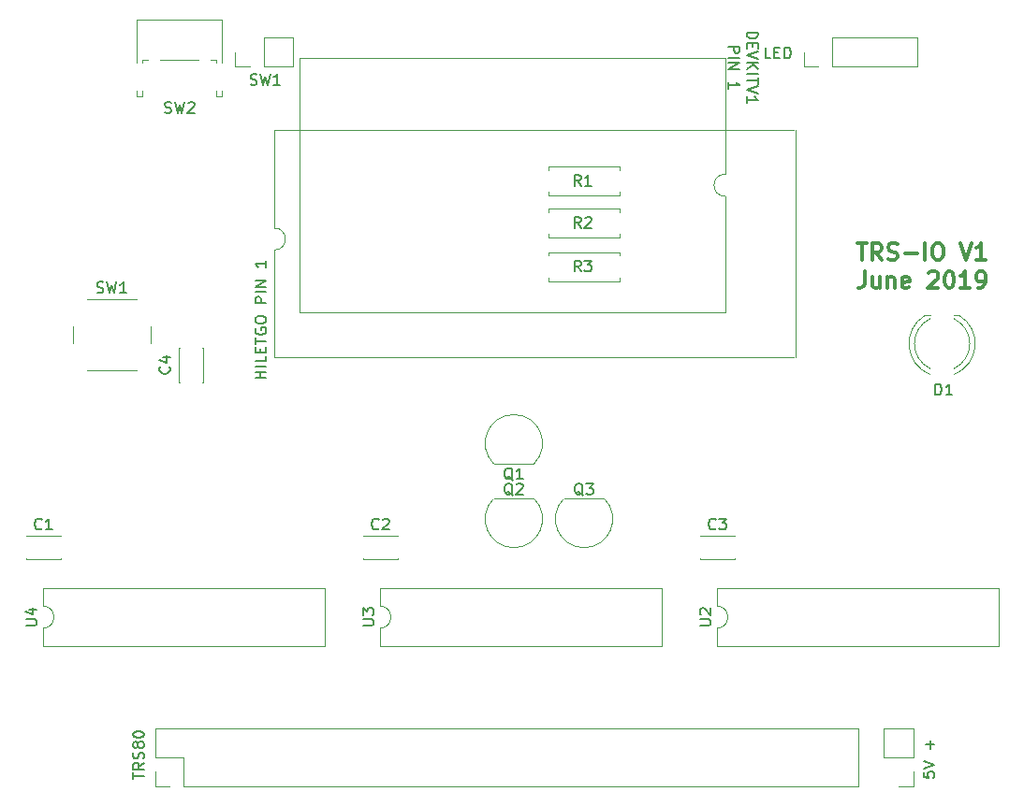
<source format=gbr>
G04 #@! TF.FileFunction,Legend,Top*
%FSLAX46Y46*%
G04 Gerber Fmt 4.6, Leading zero omitted, Abs format (unit mm)*
G04 Created by KiCad (PCBNEW 4.0.7) date 06/16/19 18:27:59*
%MOMM*%
%LPD*%
G01*
G04 APERTURE LIST*
%ADD10C,0.100000*%
%ADD11C,0.300000*%
%ADD12C,0.150000*%
%ADD13C,0.120000*%
G04 APERTURE END LIST*
D10*
D11*
X203149143Y-89343571D02*
X204006286Y-89343571D01*
X203577715Y-90843571D02*
X203577715Y-89343571D01*
X205363429Y-90843571D02*
X204863429Y-90129286D01*
X204506286Y-90843571D02*
X204506286Y-89343571D01*
X205077714Y-89343571D01*
X205220572Y-89415000D01*
X205292000Y-89486429D01*
X205363429Y-89629286D01*
X205363429Y-89843571D01*
X205292000Y-89986429D01*
X205220572Y-90057857D01*
X205077714Y-90129286D01*
X204506286Y-90129286D01*
X205934857Y-90772143D02*
X206149143Y-90843571D01*
X206506286Y-90843571D01*
X206649143Y-90772143D01*
X206720572Y-90700714D01*
X206792000Y-90557857D01*
X206792000Y-90415000D01*
X206720572Y-90272143D01*
X206649143Y-90200714D01*
X206506286Y-90129286D01*
X206220572Y-90057857D01*
X206077714Y-89986429D01*
X206006286Y-89915000D01*
X205934857Y-89772143D01*
X205934857Y-89629286D01*
X206006286Y-89486429D01*
X206077714Y-89415000D01*
X206220572Y-89343571D01*
X206577714Y-89343571D01*
X206792000Y-89415000D01*
X207434857Y-90272143D02*
X208577714Y-90272143D01*
X209292000Y-90843571D02*
X209292000Y-89343571D01*
X210292000Y-89343571D02*
X210577714Y-89343571D01*
X210720572Y-89415000D01*
X210863429Y-89557857D01*
X210934857Y-89843571D01*
X210934857Y-90343571D01*
X210863429Y-90629286D01*
X210720572Y-90772143D01*
X210577714Y-90843571D01*
X210292000Y-90843571D01*
X210149143Y-90772143D01*
X210006286Y-90629286D01*
X209934857Y-90343571D01*
X209934857Y-89843571D01*
X210006286Y-89557857D01*
X210149143Y-89415000D01*
X210292000Y-89343571D01*
X212506286Y-89343571D02*
X213006286Y-90843571D01*
X213506286Y-89343571D01*
X214792000Y-90843571D02*
X213934857Y-90843571D01*
X214363429Y-90843571D02*
X214363429Y-89343571D01*
X214220572Y-89557857D01*
X214077714Y-89700714D01*
X213934857Y-89772143D01*
X203827715Y-91893571D02*
X203827715Y-92965000D01*
X203756287Y-93179286D01*
X203613430Y-93322143D01*
X203399144Y-93393571D01*
X203256287Y-93393571D01*
X205184858Y-92393571D02*
X205184858Y-93393571D01*
X204542001Y-92393571D02*
X204542001Y-93179286D01*
X204613429Y-93322143D01*
X204756287Y-93393571D01*
X204970572Y-93393571D01*
X205113429Y-93322143D01*
X205184858Y-93250714D01*
X205899144Y-92393571D02*
X205899144Y-93393571D01*
X205899144Y-92536429D02*
X205970572Y-92465000D01*
X206113430Y-92393571D01*
X206327715Y-92393571D01*
X206470572Y-92465000D01*
X206542001Y-92607857D01*
X206542001Y-93393571D01*
X207827715Y-93322143D02*
X207684858Y-93393571D01*
X207399144Y-93393571D01*
X207256287Y-93322143D01*
X207184858Y-93179286D01*
X207184858Y-92607857D01*
X207256287Y-92465000D01*
X207399144Y-92393571D01*
X207684858Y-92393571D01*
X207827715Y-92465000D01*
X207899144Y-92607857D01*
X207899144Y-92750714D01*
X207184858Y-92893571D01*
X209613429Y-92036429D02*
X209684858Y-91965000D01*
X209827715Y-91893571D01*
X210184858Y-91893571D01*
X210327715Y-91965000D01*
X210399144Y-92036429D01*
X210470572Y-92179286D01*
X210470572Y-92322143D01*
X210399144Y-92536429D01*
X209542001Y-93393571D01*
X210470572Y-93393571D01*
X211399143Y-91893571D02*
X211542000Y-91893571D01*
X211684857Y-91965000D01*
X211756286Y-92036429D01*
X211827715Y-92179286D01*
X211899143Y-92465000D01*
X211899143Y-92822143D01*
X211827715Y-93107857D01*
X211756286Y-93250714D01*
X211684857Y-93322143D01*
X211542000Y-93393571D01*
X211399143Y-93393571D01*
X211256286Y-93322143D01*
X211184857Y-93250714D01*
X211113429Y-93107857D01*
X211042000Y-92822143D01*
X211042000Y-92465000D01*
X211113429Y-92179286D01*
X211184857Y-92036429D01*
X211256286Y-91965000D01*
X211399143Y-91893571D01*
X213327714Y-93393571D02*
X212470571Y-93393571D01*
X212899143Y-93393571D02*
X212899143Y-91893571D01*
X212756286Y-92107857D01*
X212613428Y-92250714D01*
X212470571Y-92322143D01*
X214041999Y-93393571D02*
X214327714Y-93393571D01*
X214470571Y-93322143D01*
X214541999Y-93250714D01*
X214684857Y-93036429D01*
X214756285Y-92750714D01*
X214756285Y-92179286D01*
X214684857Y-92036429D01*
X214613428Y-91965000D01*
X214470571Y-91893571D01*
X214184857Y-91893571D01*
X214041999Y-91965000D01*
X213970571Y-92036429D01*
X213899142Y-92179286D01*
X213899142Y-92536429D01*
X213970571Y-92679286D01*
X214041999Y-92750714D01*
X214184857Y-92822143D01*
X214470571Y-92822143D01*
X214613428Y-92750714D01*
X214684857Y-92679286D01*
X214756285Y-92536429D01*
D12*
X193158619Y-70239333D02*
X194158619Y-70239333D01*
X194158619Y-70477428D01*
X194111000Y-70620286D01*
X194015762Y-70715524D01*
X193920524Y-70763143D01*
X193730048Y-70810762D01*
X193587190Y-70810762D01*
X193396714Y-70763143D01*
X193301476Y-70715524D01*
X193206238Y-70620286D01*
X193158619Y-70477428D01*
X193158619Y-70239333D01*
X193682429Y-71239333D02*
X193682429Y-71572667D01*
X193158619Y-71715524D02*
X193158619Y-71239333D01*
X194158619Y-71239333D01*
X194158619Y-71715524D01*
X194158619Y-72001238D02*
X193158619Y-72334571D01*
X194158619Y-72667905D01*
X193158619Y-73001238D02*
X194158619Y-73001238D01*
X193158619Y-73572667D02*
X193730048Y-73144095D01*
X194158619Y-73572667D02*
X193587190Y-73001238D01*
X193158619Y-74001238D02*
X194158619Y-74001238D01*
X194158619Y-74334571D02*
X194158619Y-74906000D01*
X193158619Y-74620285D02*
X194158619Y-74620285D01*
X194158619Y-75096476D02*
X193158619Y-75429809D01*
X194158619Y-75763143D01*
X193158619Y-76620286D02*
X193158619Y-76048857D01*
X193158619Y-76334571D02*
X194158619Y-76334571D01*
X194015762Y-76239333D01*
X193920524Y-76144095D01*
X193872905Y-76048857D01*
X191508619Y-71525048D02*
X192508619Y-71525048D01*
X192508619Y-71906001D01*
X192461000Y-72001239D01*
X192413381Y-72048858D01*
X192318143Y-72096477D01*
X192175286Y-72096477D01*
X192080048Y-72048858D01*
X192032429Y-72001239D01*
X191984810Y-71906001D01*
X191984810Y-71525048D01*
X191508619Y-72525048D02*
X192508619Y-72525048D01*
X191508619Y-73001238D02*
X192508619Y-73001238D01*
X191508619Y-73572667D01*
X192508619Y-73572667D01*
X191508619Y-75334572D02*
X191508619Y-74763143D01*
X191508619Y-75048857D02*
X192508619Y-75048857D01*
X192365762Y-74953619D01*
X192270524Y-74858381D01*
X192222905Y-74763143D01*
X149677381Y-101551714D02*
X148677381Y-101551714D01*
X149153571Y-101551714D02*
X149153571Y-100980285D01*
X149677381Y-100980285D02*
X148677381Y-100980285D01*
X149677381Y-100504095D02*
X148677381Y-100504095D01*
X149677381Y-99551714D02*
X149677381Y-100027905D01*
X148677381Y-100027905D01*
X149153571Y-99218381D02*
X149153571Y-98885047D01*
X149677381Y-98742190D02*
X149677381Y-99218381D01*
X148677381Y-99218381D01*
X148677381Y-98742190D01*
X148677381Y-98456476D02*
X148677381Y-97885047D01*
X149677381Y-98170762D02*
X148677381Y-98170762D01*
X148725000Y-97027904D02*
X148677381Y-97123142D01*
X148677381Y-97265999D01*
X148725000Y-97408857D01*
X148820238Y-97504095D01*
X148915476Y-97551714D01*
X149105952Y-97599333D01*
X149248810Y-97599333D01*
X149439286Y-97551714D01*
X149534524Y-97504095D01*
X149629762Y-97408857D01*
X149677381Y-97265999D01*
X149677381Y-97170761D01*
X149629762Y-97027904D01*
X149582143Y-96980285D01*
X149248810Y-96980285D01*
X149248810Y-97170761D01*
X148677381Y-96361238D02*
X148677381Y-96170761D01*
X148725000Y-96075523D01*
X148820238Y-95980285D01*
X149010714Y-95932666D01*
X149344048Y-95932666D01*
X149534524Y-95980285D01*
X149629762Y-96075523D01*
X149677381Y-96170761D01*
X149677381Y-96361238D01*
X149629762Y-96456476D01*
X149534524Y-96551714D01*
X149344048Y-96599333D01*
X149010714Y-96599333D01*
X148820238Y-96551714D01*
X148725000Y-96456476D01*
X148677381Y-96361238D01*
X149677381Y-94742190D02*
X148677381Y-94742190D01*
X148677381Y-94361237D01*
X148725000Y-94265999D01*
X148772619Y-94218380D01*
X148867857Y-94170761D01*
X149010714Y-94170761D01*
X149105952Y-94218380D01*
X149153571Y-94265999D01*
X149201190Y-94361237D01*
X149201190Y-94742190D01*
X149677381Y-93742190D02*
X148677381Y-93742190D01*
X149677381Y-93266000D02*
X148677381Y-93266000D01*
X149677381Y-92694571D01*
X148677381Y-92694571D01*
X149677381Y-90932666D02*
X149677381Y-91504095D01*
X149677381Y-91218381D02*
X148677381Y-91218381D01*
X148820238Y-91313619D01*
X148915476Y-91408857D01*
X148963095Y-91504095D01*
X209129381Y-137207476D02*
X209129381Y-137683667D01*
X209605571Y-137731286D01*
X209557952Y-137683667D01*
X209510333Y-137588429D01*
X209510333Y-137350333D01*
X209557952Y-137255095D01*
X209605571Y-137207476D01*
X209700810Y-137159857D01*
X209938905Y-137159857D01*
X210034143Y-137207476D01*
X210081762Y-137255095D01*
X210129381Y-137350333D01*
X210129381Y-137588429D01*
X210081762Y-137683667D01*
X210034143Y-137731286D01*
X209129381Y-136874143D02*
X210129381Y-136540810D01*
X209129381Y-136207476D01*
X209748429Y-135112238D02*
X209748429Y-134350333D01*
X210129381Y-134731285D02*
X209367476Y-134731285D01*
X137628381Y-137850286D02*
X137628381Y-137278857D01*
X138628381Y-137564572D02*
X137628381Y-137564572D01*
X138628381Y-136374095D02*
X138152190Y-136707429D01*
X138628381Y-136945524D02*
X137628381Y-136945524D01*
X137628381Y-136564571D01*
X137676000Y-136469333D01*
X137723619Y-136421714D01*
X137818857Y-136374095D01*
X137961714Y-136374095D01*
X138056952Y-136421714D01*
X138104571Y-136469333D01*
X138152190Y-136564571D01*
X138152190Y-136945524D01*
X138580762Y-135993143D02*
X138628381Y-135850286D01*
X138628381Y-135612190D01*
X138580762Y-135516952D01*
X138533143Y-135469333D01*
X138437905Y-135421714D01*
X138342667Y-135421714D01*
X138247429Y-135469333D01*
X138199810Y-135516952D01*
X138152190Y-135612190D01*
X138104571Y-135802667D01*
X138056952Y-135897905D01*
X138009333Y-135945524D01*
X137914095Y-135993143D01*
X137818857Y-135993143D01*
X137723619Y-135945524D01*
X137676000Y-135897905D01*
X137628381Y-135802667D01*
X137628381Y-135564571D01*
X137676000Y-135421714D01*
X138056952Y-134850286D02*
X138009333Y-134945524D01*
X137961714Y-134993143D01*
X137866476Y-135040762D01*
X137818857Y-135040762D01*
X137723619Y-134993143D01*
X137676000Y-134945524D01*
X137628381Y-134850286D01*
X137628381Y-134659809D01*
X137676000Y-134564571D01*
X137723619Y-134516952D01*
X137818857Y-134469333D01*
X137866476Y-134469333D01*
X137961714Y-134516952D01*
X138009333Y-134564571D01*
X138056952Y-134659809D01*
X138056952Y-134850286D01*
X138104571Y-134945524D01*
X138152190Y-134993143D01*
X138247429Y-135040762D01*
X138437905Y-135040762D01*
X138533143Y-134993143D01*
X138580762Y-134945524D01*
X138628381Y-134850286D01*
X138628381Y-134659809D01*
X138580762Y-134564571D01*
X138533143Y-134516952D01*
X138437905Y-134469333D01*
X138247429Y-134469333D01*
X138152190Y-134516952D01*
X138104571Y-134564571D01*
X138056952Y-134659809D01*
X137628381Y-133850286D02*
X137628381Y-133755047D01*
X137676000Y-133659809D01*
X137723619Y-133612190D01*
X137818857Y-133564571D01*
X138009333Y-133516952D01*
X138247429Y-133516952D01*
X138437905Y-133564571D01*
X138533143Y-133612190D01*
X138580762Y-133659809D01*
X138628381Y-133755047D01*
X138628381Y-133850286D01*
X138580762Y-133945524D01*
X138533143Y-133993143D01*
X138437905Y-134040762D01*
X138247429Y-134088381D01*
X138009333Y-134088381D01*
X137818857Y-134040762D01*
X137723619Y-133993143D01*
X137676000Y-133945524D01*
X137628381Y-133850286D01*
X195318143Y-72588381D02*
X194841952Y-72588381D01*
X194841952Y-71588381D01*
X195651476Y-72064571D02*
X195984810Y-72064571D01*
X196127667Y-72588381D02*
X195651476Y-72588381D01*
X195651476Y-71588381D01*
X196127667Y-71588381D01*
X196556238Y-72588381D02*
X196556238Y-71588381D01*
X196794333Y-71588381D01*
X196937191Y-71636000D01*
X197032429Y-71731238D01*
X197080048Y-71826476D01*
X197127667Y-72016952D01*
X197127667Y-72159810D01*
X197080048Y-72350286D01*
X197032429Y-72445524D01*
X196937191Y-72540762D01*
X196794333Y-72588381D01*
X196556238Y-72588381D01*
X148272667Y-74953762D02*
X148415524Y-75001381D01*
X148653620Y-75001381D01*
X148748858Y-74953762D01*
X148796477Y-74906143D01*
X148844096Y-74810905D01*
X148844096Y-74715667D01*
X148796477Y-74620429D01*
X148748858Y-74572810D01*
X148653620Y-74525190D01*
X148463143Y-74477571D01*
X148367905Y-74429952D01*
X148320286Y-74382333D01*
X148272667Y-74287095D01*
X148272667Y-74191857D01*
X148320286Y-74096619D01*
X148367905Y-74049000D01*
X148463143Y-74001381D01*
X148701239Y-74001381D01*
X148844096Y-74049000D01*
X149177429Y-74001381D02*
X149415524Y-75001381D01*
X149606001Y-74287095D01*
X149796477Y-75001381D01*
X150034572Y-74001381D01*
X150939334Y-75001381D02*
X150367905Y-75001381D01*
X150653619Y-75001381D02*
X150653619Y-74001381D01*
X150558381Y-74144238D01*
X150463143Y-74239476D01*
X150367905Y-74287095D01*
D13*
X131120000Y-117900000D02*
X128000000Y-117900000D01*
X131120000Y-115780000D02*
X128000000Y-115780000D01*
X131120000Y-117900000D02*
X131120000Y-117836000D01*
X131120000Y-115844000D02*
X131120000Y-115780000D01*
X128000000Y-117900000D02*
X128000000Y-117836000D01*
X128000000Y-115844000D02*
X128000000Y-115780000D01*
X161600000Y-117900000D02*
X158480000Y-117900000D01*
X161600000Y-115780000D02*
X158480000Y-115780000D01*
X161600000Y-117900000D02*
X161600000Y-117836000D01*
X161600000Y-115844000D02*
X161600000Y-115780000D01*
X158480000Y-117900000D02*
X158480000Y-117836000D01*
X158480000Y-115844000D02*
X158480000Y-115780000D01*
X192080000Y-117900000D02*
X188960000Y-117900000D01*
X192080000Y-115780000D02*
X188960000Y-115780000D01*
X192080000Y-117900000D02*
X192080000Y-117836000D01*
X192080000Y-115844000D02*
X192080000Y-115780000D01*
X188960000Y-117900000D02*
X188960000Y-117836000D01*
X188960000Y-115844000D02*
X188960000Y-115780000D01*
X141815000Y-101910000D02*
X141815000Y-98790000D01*
X143935000Y-101910000D02*
X143935000Y-98790000D01*
X141815000Y-101910000D02*
X141879000Y-101910000D01*
X143871000Y-101910000D02*
X143935000Y-101910000D01*
X141815000Y-98790000D02*
X141879000Y-98790000D01*
X143871000Y-98790000D02*
X143935000Y-98790000D01*
X211900827Y-101212815D02*
G75*
G03X212364830Y-95865000I-1080827J2787815D01*
G01*
X209739173Y-101212815D02*
G75*
G02X209275170Y-95865000I1080827J2787815D01*
G01*
X211900429Y-100679479D02*
G75*
G03X211900000Y-96170316I-1080429J2254479D01*
G01*
X209739571Y-100679479D02*
G75*
G02X209740000Y-96170316I1080429J2254479D01*
G01*
X212365000Y-95865000D02*
X211900000Y-95865000D01*
X209740000Y-95865000D02*
X209275000Y-95865000D01*
X170285000Y-109292000D02*
X173885000Y-109292000D01*
X170246522Y-109280478D02*
G75*
G02X172085000Y-104842000I1838478J1838478D01*
G01*
X173923478Y-109280478D02*
G75*
G03X172085000Y-104842000I-1838478J1838478D01*
G01*
X173885000Y-112450000D02*
X170285000Y-112450000D01*
X173923478Y-112461522D02*
G75*
G02X172085000Y-116900000I-1838478J-1838478D01*
G01*
X170246522Y-112461522D02*
G75*
G03X172085000Y-116900000I1838478J-1838478D01*
G01*
X180235000Y-112450000D02*
X176635000Y-112450000D01*
X180273478Y-112461522D02*
G75*
G02X178435000Y-116900000I-1838478J-1838478D01*
G01*
X176596522Y-112461522D02*
G75*
G03X178435000Y-116900000I1838478J-1838478D01*
G01*
X175225000Y-82713000D02*
X175225000Y-82383000D01*
X175225000Y-82383000D02*
X181645000Y-82383000D01*
X181645000Y-82383000D02*
X181645000Y-82713000D01*
X175225000Y-84673000D02*
X175225000Y-85003000D01*
X175225000Y-85003000D02*
X181645000Y-85003000D01*
X181645000Y-85003000D02*
X181645000Y-84673000D01*
X175225000Y-86523000D02*
X175225000Y-86193000D01*
X175225000Y-86193000D02*
X181645000Y-86193000D01*
X181645000Y-86193000D02*
X181645000Y-86523000D01*
X175225000Y-88483000D02*
X175225000Y-88813000D01*
X175225000Y-88813000D02*
X181645000Y-88813000D01*
X181645000Y-88813000D02*
X181645000Y-88483000D01*
X175225000Y-90460000D02*
X175225000Y-90130000D01*
X175225000Y-90130000D02*
X181645000Y-90130000D01*
X181645000Y-90130000D02*
X181645000Y-90460000D01*
X175225000Y-92420000D02*
X175225000Y-92750000D01*
X175225000Y-92750000D02*
X181645000Y-92750000D01*
X181645000Y-92750000D02*
X181645000Y-92420000D01*
X133461000Y-100877000D02*
X137961000Y-100877000D01*
X132211000Y-96877000D02*
X132211000Y-98377000D01*
X137961000Y-94377000D02*
X133461000Y-94377000D01*
X139211000Y-98377000D02*
X139211000Y-96877000D01*
X190440000Y-122190000D02*
G75*
G02X190440000Y-124190000I0J-1000000D01*
G01*
X190440000Y-124190000D02*
X190440000Y-125840000D01*
X190440000Y-125840000D02*
X215960000Y-125840000D01*
X215960000Y-125840000D02*
X215960000Y-120540000D01*
X215960000Y-120540000D02*
X190440000Y-120540000D01*
X190440000Y-120540000D02*
X190440000Y-122190000D01*
X159960000Y-122190000D02*
G75*
G02X159960000Y-124190000I0J-1000000D01*
G01*
X159960000Y-124190000D02*
X159960000Y-125840000D01*
X159960000Y-125840000D02*
X185480000Y-125840000D01*
X185480000Y-125840000D02*
X185480000Y-120540000D01*
X185480000Y-120540000D02*
X159960000Y-120540000D01*
X159960000Y-120540000D02*
X159960000Y-122190000D01*
X129480000Y-122190000D02*
G75*
G02X129480000Y-124190000I0J-1000000D01*
G01*
X129480000Y-124190000D02*
X129480000Y-125840000D01*
X129480000Y-125840000D02*
X155000000Y-125840000D01*
X155000000Y-125840000D02*
X155000000Y-120540000D01*
X155000000Y-120540000D02*
X129480000Y-120540000D01*
X129480000Y-120540000D02*
X129480000Y-122190000D01*
X203260000Y-138490000D02*
X203260000Y-133290000D01*
X142240000Y-138490000D02*
X203260000Y-138490000D01*
X139640000Y-133290000D02*
X203260000Y-133290000D01*
X142240000Y-138490000D02*
X142240000Y-135890000D01*
X142240000Y-135890000D02*
X139640000Y-135890000D01*
X139640000Y-135890000D02*
X139640000Y-133290000D01*
X140970000Y-138490000D02*
X139640000Y-138490000D01*
X139640000Y-138490000D02*
X139640000Y-137160000D01*
X191195000Y-85074000D02*
G75*
G02X191195000Y-83074000I0J1000000D01*
G01*
X191195000Y-83074000D02*
X191195000Y-72534000D01*
X191182500Y-72534000D02*
X152657500Y-72534000D01*
X152657500Y-72534000D02*
X152657500Y-95614000D01*
X152657500Y-95614000D02*
X191182500Y-95614000D01*
X191195000Y-95614000D02*
X191195000Y-85074000D01*
X150409600Y-87950800D02*
G75*
G02X150409600Y-89950800I0J-1000000D01*
G01*
X150435000Y-89950800D02*
X150435000Y-99678000D01*
X150447500Y-99678000D02*
X197427500Y-99678000D01*
X197545000Y-99678000D02*
X197545000Y-79112600D01*
X197427500Y-79112600D02*
X150447500Y-79112600D01*
X150435000Y-79112600D02*
X150435000Y-87950800D01*
X208213000Y-133290000D02*
X205553000Y-133290000D01*
X208213000Y-135890000D02*
X208213000Y-133290000D01*
X205553000Y-135890000D02*
X205553000Y-133290000D01*
X208213000Y-135890000D02*
X205553000Y-135890000D01*
X208213000Y-137160000D02*
X208213000Y-138490000D01*
X208213000Y-138490000D02*
X206883000Y-138490000D01*
X152079000Y-73339000D02*
X152079000Y-70679000D01*
X149479000Y-73339000D02*
X152079000Y-73339000D01*
X149479000Y-70679000D02*
X152079000Y-70679000D01*
X149479000Y-73339000D02*
X149479000Y-70679000D01*
X148209000Y-73339000D02*
X146879000Y-73339000D01*
X146879000Y-73339000D02*
X146879000Y-72009000D01*
X208594000Y-73339000D02*
X208594000Y-70679000D01*
X200914000Y-73339000D02*
X208594000Y-73339000D01*
X200914000Y-70679000D02*
X208594000Y-70679000D01*
X200914000Y-73339000D02*
X200914000Y-70679000D01*
X199644000Y-73339000D02*
X198314000Y-73339000D01*
X198314000Y-73339000D02*
X198314000Y-72009000D01*
X138483000Y-72725000D02*
X138483000Y-72955000D01*
X137963000Y-69055000D02*
X145683000Y-69055000D01*
X145683000Y-69055000D02*
X145683000Y-72955000D01*
X137963000Y-76065000D02*
X138483000Y-76065000D01*
X137963000Y-69055000D02*
X137963000Y-72955000D01*
X145163000Y-72725000D02*
X145163000Y-72955000D01*
X138483000Y-75555000D02*
X138483000Y-76065000D01*
X137963000Y-75555000D02*
X137963000Y-76065000D01*
X144623000Y-72725000D02*
X145163000Y-72725000D01*
X145163000Y-75555000D02*
X145163000Y-76065000D01*
X145163000Y-76065000D02*
X145683000Y-76065000D01*
X145683000Y-75555000D02*
X145683000Y-76065000D01*
X138483000Y-72725000D02*
X139023000Y-72725000D01*
X140123000Y-72725000D02*
X143523000Y-72725000D01*
D12*
X129373334Y-115165143D02*
X129325715Y-115212762D01*
X129182858Y-115260381D01*
X129087620Y-115260381D01*
X128944762Y-115212762D01*
X128849524Y-115117524D01*
X128801905Y-115022286D01*
X128754286Y-114831810D01*
X128754286Y-114688952D01*
X128801905Y-114498476D01*
X128849524Y-114403238D01*
X128944762Y-114308000D01*
X129087620Y-114260381D01*
X129182858Y-114260381D01*
X129325715Y-114308000D01*
X129373334Y-114355619D01*
X130325715Y-115260381D02*
X129754286Y-115260381D01*
X130040000Y-115260381D02*
X130040000Y-114260381D01*
X129944762Y-114403238D01*
X129849524Y-114498476D01*
X129754286Y-114546095D01*
X159853334Y-115165143D02*
X159805715Y-115212762D01*
X159662858Y-115260381D01*
X159567620Y-115260381D01*
X159424762Y-115212762D01*
X159329524Y-115117524D01*
X159281905Y-115022286D01*
X159234286Y-114831810D01*
X159234286Y-114688952D01*
X159281905Y-114498476D01*
X159329524Y-114403238D01*
X159424762Y-114308000D01*
X159567620Y-114260381D01*
X159662858Y-114260381D01*
X159805715Y-114308000D01*
X159853334Y-114355619D01*
X160234286Y-114355619D02*
X160281905Y-114308000D01*
X160377143Y-114260381D01*
X160615239Y-114260381D01*
X160710477Y-114308000D01*
X160758096Y-114355619D01*
X160805715Y-114450857D01*
X160805715Y-114546095D01*
X160758096Y-114688952D01*
X160186667Y-115260381D01*
X160805715Y-115260381D01*
X190333334Y-115165143D02*
X190285715Y-115212762D01*
X190142858Y-115260381D01*
X190047620Y-115260381D01*
X189904762Y-115212762D01*
X189809524Y-115117524D01*
X189761905Y-115022286D01*
X189714286Y-114831810D01*
X189714286Y-114688952D01*
X189761905Y-114498476D01*
X189809524Y-114403238D01*
X189904762Y-114308000D01*
X190047620Y-114260381D01*
X190142858Y-114260381D01*
X190285715Y-114308000D01*
X190333334Y-114355619D01*
X190666667Y-114260381D02*
X191285715Y-114260381D01*
X190952381Y-114641333D01*
X191095239Y-114641333D01*
X191190477Y-114688952D01*
X191238096Y-114736571D01*
X191285715Y-114831810D01*
X191285715Y-115069905D01*
X191238096Y-115165143D01*
X191190477Y-115212762D01*
X191095239Y-115260381D01*
X190809524Y-115260381D01*
X190714286Y-115212762D01*
X190666667Y-115165143D01*
X140922143Y-100516666D02*
X140969762Y-100564285D01*
X141017381Y-100707142D01*
X141017381Y-100802380D01*
X140969762Y-100945238D01*
X140874524Y-101040476D01*
X140779286Y-101088095D01*
X140588810Y-101135714D01*
X140445952Y-101135714D01*
X140255476Y-101088095D01*
X140160238Y-101040476D01*
X140065000Y-100945238D01*
X140017381Y-100802380D01*
X140017381Y-100707142D01*
X140065000Y-100564285D01*
X140112619Y-100516666D01*
X140350714Y-99659523D02*
X141017381Y-99659523D01*
X139969762Y-99897619D02*
X140684048Y-100135714D01*
X140684048Y-99516666D01*
X210208905Y-103068381D02*
X210208905Y-102068381D01*
X210447000Y-102068381D01*
X210589858Y-102116000D01*
X210685096Y-102211238D01*
X210732715Y-102306476D01*
X210780334Y-102496952D01*
X210780334Y-102639810D01*
X210732715Y-102830286D01*
X210685096Y-102925524D01*
X210589858Y-103020762D01*
X210447000Y-103068381D01*
X210208905Y-103068381D01*
X211732715Y-103068381D02*
X211161286Y-103068381D01*
X211447000Y-103068381D02*
X211447000Y-102068381D01*
X211351762Y-102211238D01*
X211256524Y-102306476D01*
X211161286Y-102354095D01*
X171989762Y-110783619D02*
X171894524Y-110736000D01*
X171799286Y-110640762D01*
X171656429Y-110497905D01*
X171561190Y-110450286D01*
X171465952Y-110450286D01*
X171513571Y-110688381D02*
X171418333Y-110640762D01*
X171323095Y-110545524D01*
X171275476Y-110355048D01*
X171275476Y-110021714D01*
X171323095Y-109831238D01*
X171418333Y-109736000D01*
X171513571Y-109688381D01*
X171704048Y-109688381D01*
X171799286Y-109736000D01*
X171894524Y-109831238D01*
X171942143Y-110021714D01*
X171942143Y-110355048D01*
X171894524Y-110545524D01*
X171799286Y-110640762D01*
X171704048Y-110688381D01*
X171513571Y-110688381D01*
X172894524Y-110688381D02*
X172323095Y-110688381D01*
X172608809Y-110688381D02*
X172608809Y-109688381D01*
X172513571Y-109831238D01*
X172418333Y-109926476D01*
X172323095Y-109974095D01*
X171989762Y-112180619D02*
X171894524Y-112133000D01*
X171799286Y-112037762D01*
X171656429Y-111894905D01*
X171561190Y-111847286D01*
X171465952Y-111847286D01*
X171513571Y-112085381D02*
X171418333Y-112037762D01*
X171323095Y-111942524D01*
X171275476Y-111752048D01*
X171275476Y-111418714D01*
X171323095Y-111228238D01*
X171418333Y-111133000D01*
X171513571Y-111085381D01*
X171704048Y-111085381D01*
X171799286Y-111133000D01*
X171894524Y-111228238D01*
X171942143Y-111418714D01*
X171942143Y-111752048D01*
X171894524Y-111942524D01*
X171799286Y-112037762D01*
X171704048Y-112085381D01*
X171513571Y-112085381D01*
X172323095Y-111180619D02*
X172370714Y-111133000D01*
X172465952Y-111085381D01*
X172704048Y-111085381D01*
X172799286Y-111133000D01*
X172846905Y-111180619D01*
X172894524Y-111275857D01*
X172894524Y-111371095D01*
X172846905Y-111513952D01*
X172275476Y-112085381D01*
X172894524Y-112085381D01*
X178339762Y-112180619D02*
X178244524Y-112133000D01*
X178149286Y-112037762D01*
X178006429Y-111894905D01*
X177911190Y-111847286D01*
X177815952Y-111847286D01*
X177863571Y-112085381D02*
X177768333Y-112037762D01*
X177673095Y-111942524D01*
X177625476Y-111752048D01*
X177625476Y-111418714D01*
X177673095Y-111228238D01*
X177768333Y-111133000D01*
X177863571Y-111085381D01*
X178054048Y-111085381D01*
X178149286Y-111133000D01*
X178244524Y-111228238D01*
X178292143Y-111418714D01*
X178292143Y-111752048D01*
X178244524Y-111942524D01*
X178149286Y-112037762D01*
X178054048Y-112085381D01*
X177863571Y-112085381D01*
X178625476Y-111085381D02*
X179244524Y-111085381D01*
X178911190Y-111466333D01*
X179054048Y-111466333D01*
X179149286Y-111513952D01*
X179196905Y-111561571D01*
X179244524Y-111656810D01*
X179244524Y-111894905D01*
X179196905Y-111990143D01*
X179149286Y-112037762D01*
X179054048Y-112085381D01*
X178768333Y-112085381D01*
X178673095Y-112037762D01*
X178625476Y-111990143D01*
X178141334Y-84145381D02*
X177808000Y-83669190D01*
X177569905Y-84145381D02*
X177569905Y-83145381D01*
X177950858Y-83145381D01*
X178046096Y-83193000D01*
X178093715Y-83240619D01*
X178141334Y-83335857D01*
X178141334Y-83478714D01*
X178093715Y-83573952D01*
X178046096Y-83621571D01*
X177950858Y-83669190D01*
X177569905Y-83669190D01*
X179093715Y-84145381D02*
X178522286Y-84145381D01*
X178808000Y-84145381D02*
X178808000Y-83145381D01*
X178712762Y-83288238D01*
X178617524Y-83383476D01*
X178522286Y-83431095D01*
X178141334Y-87955381D02*
X177808000Y-87479190D01*
X177569905Y-87955381D02*
X177569905Y-86955381D01*
X177950858Y-86955381D01*
X178046096Y-87003000D01*
X178093715Y-87050619D01*
X178141334Y-87145857D01*
X178141334Y-87288714D01*
X178093715Y-87383952D01*
X178046096Y-87431571D01*
X177950858Y-87479190D01*
X177569905Y-87479190D01*
X178522286Y-87050619D02*
X178569905Y-87003000D01*
X178665143Y-86955381D01*
X178903239Y-86955381D01*
X178998477Y-87003000D01*
X179046096Y-87050619D01*
X179093715Y-87145857D01*
X179093715Y-87241095D01*
X179046096Y-87383952D01*
X178474667Y-87955381D01*
X179093715Y-87955381D01*
X178141334Y-91892381D02*
X177808000Y-91416190D01*
X177569905Y-91892381D02*
X177569905Y-90892381D01*
X177950858Y-90892381D01*
X178046096Y-90940000D01*
X178093715Y-90987619D01*
X178141334Y-91082857D01*
X178141334Y-91225714D01*
X178093715Y-91320952D01*
X178046096Y-91368571D01*
X177950858Y-91416190D01*
X177569905Y-91416190D01*
X178474667Y-90892381D02*
X179093715Y-90892381D01*
X178760381Y-91273333D01*
X178903239Y-91273333D01*
X178998477Y-91320952D01*
X179046096Y-91368571D01*
X179093715Y-91463810D01*
X179093715Y-91701905D01*
X179046096Y-91797143D01*
X178998477Y-91844762D01*
X178903239Y-91892381D01*
X178617524Y-91892381D01*
X178522286Y-91844762D01*
X178474667Y-91797143D01*
X134377667Y-93781762D02*
X134520524Y-93829381D01*
X134758620Y-93829381D01*
X134853858Y-93781762D01*
X134901477Y-93734143D01*
X134949096Y-93638905D01*
X134949096Y-93543667D01*
X134901477Y-93448429D01*
X134853858Y-93400810D01*
X134758620Y-93353190D01*
X134568143Y-93305571D01*
X134472905Y-93257952D01*
X134425286Y-93210333D01*
X134377667Y-93115095D01*
X134377667Y-93019857D01*
X134425286Y-92924619D01*
X134472905Y-92877000D01*
X134568143Y-92829381D01*
X134806239Y-92829381D01*
X134949096Y-92877000D01*
X135282429Y-92829381D02*
X135520524Y-93829381D01*
X135711001Y-93115095D01*
X135901477Y-93829381D01*
X136139572Y-92829381D01*
X137044334Y-93829381D02*
X136472905Y-93829381D01*
X136758619Y-93829381D02*
X136758619Y-92829381D01*
X136663381Y-92972238D01*
X136568143Y-93067476D01*
X136472905Y-93115095D01*
X188892381Y-123951905D02*
X189701905Y-123951905D01*
X189797143Y-123904286D01*
X189844762Y-123856667D01*
X189892381Y-123761429D01*
X189892381Y-123570952D01*
X189844762Y-123475714D01*
X189797143Y-123428095D01*
X189701905Y-123380476D01*
X188892381Y-123380476D01*
X188987619Y-122951905D02*
X188940000Y-122904286D01*
X188892381Y-122809048D01*
X188892381Y-122570952D01*
X188940000Y-122475714D01*
X188987619Y-122428095D01*
X189082857Y-122380476D01*
X189178095Y-122380476D01*
X189320952Y-122428095D01*
X189892381Y-122999524D01*
X189892381Y-122380476D01*
X158412381Y-123951905D02*
X159221905Y-123951905D01*
X159317143Y-123904286D01*
X159364762Y-123856667D01*
X159412381Y-123761429D01*
X159412381Y-123570952D01*
X159364762Y-123475714D01*
X159317143Y-123428095D01*
X159221905Y-123380476D01*
X158412381Y-123380476D01*
X158412381Y-122999524D02*
X158412381Y-122380476D01*
X158793333Y-122713810D01*
X158793333Y-122570952D01*
X158840952Y-122475714D01*
X158888571Y-122428095D01*
X158983810Y-122380476D01*
X159221905Y-122380476D01*
X159317143Y-122428095D01*
X159364762Y-122475714D01*
X159412381Y-122570952D01*
X159412381Y-122856667D01*
X159364762Y-122951905D01*
X159317143Y-122999524D01*
X127932381Y-123951905D02*
X128741905Y-123951905D01*
X128837143Y-123904286D01*
X128884762Y-123856667D01*
X128932381Y-123761429D01*
X128932381Y-123570952D01*
X128884762Y-123475714D01*
X128837143Y-123428095D01*
X128741905Y-123380476D01*
X127932381Y-123380476D01*
X128265714Y-122475714D02*
X128932381Y-122475714D01*
X127884762Y-122713810D02*
X128599048Y-122951905D01*
X128599048Y-122332857D01*
X140525667Y-77493762D02*
X140668524Y-77541381D01*
X140906620Y-77541381D01*
X141001858Y-77493762D01*
X141049477Y-77446143D01*
X141097096Y-77350905D01*
X141097096Y-77255667D01*
X141049477Y-77160429D01*
X141001858Y-77112810D01*
X140906620Y-77065190D01*
X140716143Y-77017571D01*
X140620905Y-76969952D01*
X140573286Y-76922333D01*
X140525667Y-76827095D01*
X140525667Y-76731857D01*
X140573286Y-76636619D01*
X140620905Y-76589000D01*
X140716143Y-76541381D01*
X140954239Y-76541381D01*
X141097096Y-76589000D01*
X141430429Y-76541381D02*
X141668524Y-77541381D01*
X141859001Y-76827095D01*
X142049477Y-77541381D01*
X142287572Y-76541381D01*
X142620905Y-76636619D02*
X142668524Y-76589000D01*
X142763762Y-76541381D01*
X143001858Y-76541381D01*
X143097096Y-76589000D01*
X143144715Y-76636619D01*
X143192334Y-76731857D01*
X143192334Y-76827095D01*
X143144715Y-76969952D01*
X142573286Y-77541381D01*
X143192334Y-77541381D01*
M02*

</source>
